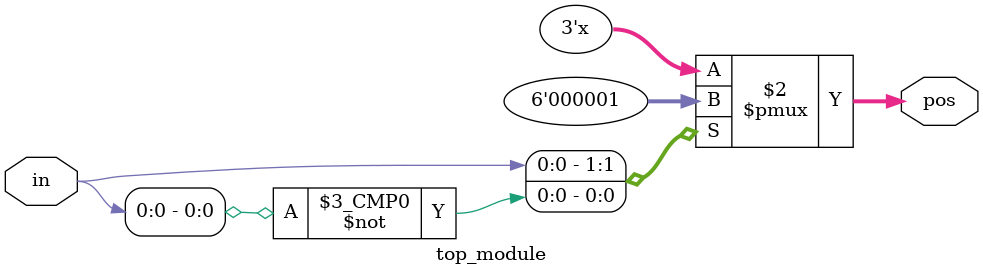
<source format=sv>
module top_module (
	input [7:0] in,
	output reg [2:0] pos
);

	always @(*) begin
		casez(in)
			8'bzzzzzzz1: pos <= 3'h0;
			8'bzzzzzzz0: pos <= 3'h1;
			8'bz1zzzzzz: pos <= 3'h6;
			8'bz0zzzzzz: pos <= 3'h7;
			8'bz0111111: pos <= 3'h2;
			8'bz0111110: pos <= 3'h3;
			8'bz0111101: pos <= 3'h4;
			8'bz0111100: pos <= 3'h5;
			default: pos <= 3'h0;
		endcase
	end

endmodule

</source>
